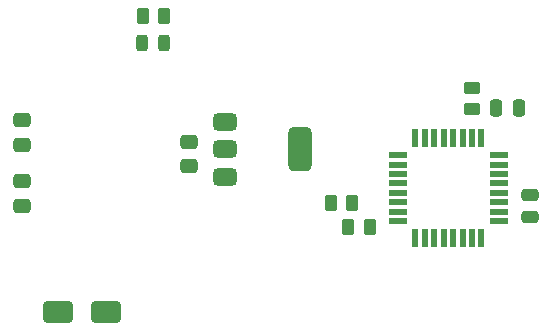
<source format=gbr>
%TF.GenerationSoftware,KiCad,Pcbnew,8.0.1*%
%TF.CreationDate,2024-05-12T19:19:51+02:00*%
%TF.ProjectId,lps-1,6c70732d-312e-46b6-9963-61645f706362,1.2*%
%TF.SameCoordinates,Original*%
%TF.FileFunction,Paste,Top*%
%TF.FilePolarity,Positive*%
%FSLAX46Y46*%
G04 Gerber Fmt 4.6, Leading zero omitted, Abs format (unit mm)*
G04 Created by KiCad (PCBNEW 8.0.1) date 2024-05-12 19:19:51*
%MOMM*%
%LPD*%
G01*
G04 APERTURE LIST*
G04 Aperture macros list*
%AMRoundRect*
0 Rectangle with rounded corners*
0 $1 Rounding radius*
0 $2 $3 $4 $5 $6 $7 $8 $9 X,Y pos of 4 corners*
0 Add a 4 corners polygon primitive as box body*
4,1,4,$2,$3,$4,$5,$6,$7,$8,$9,$2,$3,0*
0 Add four circle primitives for the rounded corners*
1,1,$1+$1,$2,$3*
1,1,$1+$1,$4,$5*
1,1,$1+$1,$6,$7*
1,1,$1+$1,$8,$9*
0 Add four rect primitives between the rounded corners*
20,1,$1+$1,$2,$3,$4,$5,0*
20,1,$1+$1,$4,$5,$6,$7,0*
20,1,$1+$1,$6,$7,$8,$9,0*
20,1,$1+$1,$8,$9,$2,$3,0*%
G04 Aperture macros list end*
%ADD10RoundRect,0.250000X0.475000X-0.337500X0.475000X0.337500X-0.475000X0.337500X-0.475000X-0.337500X0*%
%ADD11RoundRect,0.250000X0.450000X-0.262500X0.450000X0.262500X-0.450000X0.262500X-0.450000X-0.262500X0*%
%ADD12RoundRect,0.250000X0.262500X0.450000X-0.262500X0.450000X-0.262500X-0.450000X0.262500X-0.450000X0*%
%ADD13RoundRect,0.375000X-0.625000X-0.375000X0.625000X-0.375000X0.625000X0.375000X-0.625000X0.375000X0*%
%ADD14RoundRect,0.500000X-0.500000X-1.400000X0.500000X-1.400000X0.500000X1.400000X-0.500000X1.400000X0*%
%ADD15RoundRect,0.250000X-0.250000X-0.475000X0.250000X-0.475000X0.250000X0.475000X-0.250000X0.475000X0*%
%ADD16RoundRect,0.250000X-0.475000X0.337500X-0.475000X-0.337500X0.475000X-0.337500X0.475000X0.337500X0*%
%ADD17RoundRect,0.250000X-1.000000X-0.650000X1.000000X-0.650000X1.000000X0.650000X-1.000000X0.650000X0*%
%ADD18RoundRect,0.243750X0.243750X0.456250X-0.243750X0.456250X-0.243750X-0.456250X0.243750X-0.456250X0*%
%ADD19R,1.600000X0.550000*%
%ADD20R,0.550000X1.600000*%
%ADD21RoundRect,0.250000X0.475000X-0.250000X0.475000X0.250000X-0.475000X0.250000X-0.475000X-0.250000X0*%
G04 APERTURE END LIST*
D10*
%TO.C,C4*%
X71500000Y-73500000D03*
X71500000Y-71425000D03*
%TD*%
%TO.C,C7*%
X85675000Y-70162500D03*
X85675000Y-68087500D03*
%TD*%
D11*
%TO.C,R2*%
X109625000Y-65330000D03*
X109625000Y-63505000D03*
%TD*%
D12*
%TO.C,R4*%
X100987500Y-75325000D03*
X99162500Y-75325000D03*
%TD*%
D13*
%TO.C,U3*%
X88725000Y-66425000D03*
X88725000Y-68725000D03*
D14*
X95025000Y-68725000D03*
D13*
X88725000Y-71025000D03*
%TD*%
D15*
%TO.C,C2*%
X111675000Y-65255000D03*
X113575000Y-65255000D03*
%TD*%
D12*
%TO.C,R3*%
X99475000Y-73225000D03*
X97650000Y-73225000D03*
%TD*%
D16*
%TO.C,C5*%
X71500000Y-66262500D03*
X71500000Y-68337500D03*
%TD*%
D17*
%TO.C,D1*%
X74600000Y-82525000D03*
X78600000Y-82525000D03*
%TD*%
D18*
%TO.C,D2*%
X83525000Y-59725000D03*
X81650000Y-59725000D03*
%TD*%
D19*
%TO.C,U2*%
X103375000Y-69205000D03*
X103375000Y-70005000D03*
X103375000Y-70805000D03*
X103375000Y-71605000D03*
X103375000Y-72405000D03*
X103375000Y-73205000D03*
X103375000Y-74005000D03*
X103375000Y-74805000D03*
D20*
X104825000Y-76255000D03*
X105625000Y-76255000D03*
X106425000Y-76255000D03*
X107225000Y-76255000D03*
X108025000Y-76255000D03*
X108825000Y-76255000D03*
X109625000Y-76255000D03*
X110425000Y-76255000D03*
D19*
X111875000Y-74805000D03*
X111875000Y-74005000D03*
X111875000Y-73205000D03*
X111875000Y-72405000D03*
X111875000Y-71605000D03*
X111875000Y-70805000D03*
X111875000Y-70005000D03*
X111875000Y-69205000D03*
D20*
X110425000Y-67755000D03*
X109625000Y-67755000D03*
X108825000Y-67755000D03*
X108025000Y-67755000D03*
X107225000Y-67755000D03*
X106425000Y-67755000D03*
X105625000Y-67755000D03*
X104825000Y-67755000D03*
%TD*%
D21*
%TO.C,C3*%
X114575000Y-74455000D03*
X114575000Y-72555000D03*
%TD*%
D12*
%TO.C,R1*%
X83565972Y-57396336D03*
X81740972Y-57396336D03*
%TD*%
M02*

</source>
